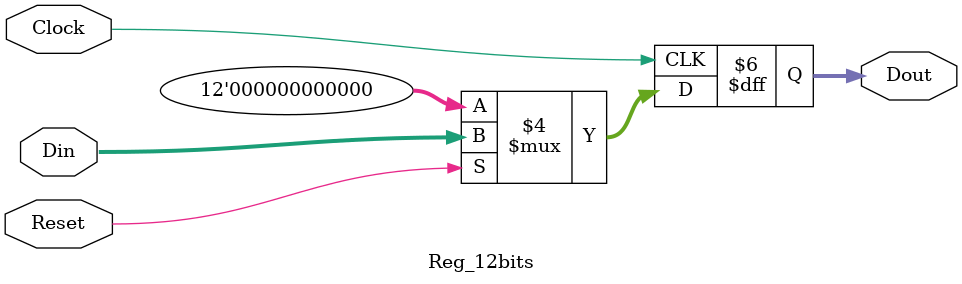
<source format=v>
`timescale	1ns/1ps

module	Reg_12bits(Dout, Din, Clock, Reset)	;

output	[11:0]	Dout	;
reg	[11:0]	Dout	;

input	[11:0]	Din	;
wire	[11:0]	Din	;

input	Clock, Reset	;
wire	Clock, Reset	;


always	@(posedge	Clock)
	begin
		if ( Reset == 1'b0 )
			begin
				Dout <= 12'b0000_0000_0000	;
			end
		else
			begin
				Dout <= Din	;
			end
	end

endmodule

</source>
